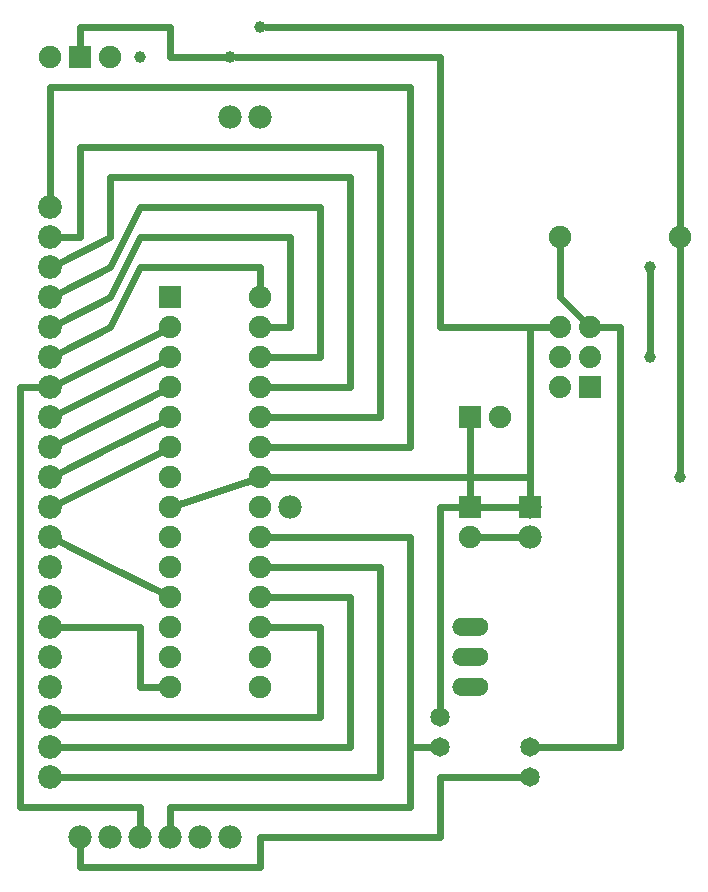
<source format=gbl>
G04 MADE WITH FRITZING*
G04 WWW.FRITZING.ORG*
G04 DOUBLE SIDED*
G04 HOLES PLATED*
G04 CONTOUR ON CENTER OF CONTOUR VECTOR*
%ASAXBY*%
%FSLAX23Y23*%
%MOIN*%
%OFA0B0*%
%SFA1.0B1.0*%
%ADD10C,0.078000*%
%ADD11C,0.074000*%
%ADD12C,0.075000*%
%ADD13C,0.065000*%
%ADD14C,0.060000*%
%ADD15C,0.079370*%
%ADD16C,0.039370*%
%ADD17R,0.075000X0.075000*%
%ADD18R,0.078000X0.078000*%
%ADD19C,0.024000*%
%ADD20R,0.001000X0.001000*%
%LNCOPPER0*%
G90*
G70*
G54D10*
X1009Y1276D03*
G54D11*
X2009Y1676D03*
X1909Y1676D03*
X2009Y1776D03*
X1909Y1776D03*
X2009Y1876D03*
X1909Y1876D03*
G54D10*
X909Y2576D03*
X809Y2576D03*
G54D12*
X1609Y1576D03*
X1709Y1576D03*
X1609Y1276D03*
X1609Y1176D03*
G54D10*
X809Y176D03*
X709Y176D03*
X609Y176D03*
X509Y176D03*
X409Y176D03*
X309Y176D03*
G54D13*
X1809Y376D03*
X1809Y476D03*
G54D12*
X609Y1976D03*
X909Y1976D03*
X609Y1876D03*
X909Y1876D03*
X609Y1776D03*
X909Y1776D03*
X609Y1676D03*
X909Y1676D03*
X609Y1576D03*
X909Y1576D03*
X609Y1476D03*
X909Y1476D03*
X609Y1376D03*
X909Y1376D03*
X609Y1276D03*
X909Y1276D03*
X609Y1176D03*
X909Y1176D03*
X609Y1076D03*
X909Y1076D03*
X609Y976D03*
X909Y976D03*
X609Y876D03*
X909Y876D03*
X609Y776D03*
X909Y776D03*
X609Y676D03*
X909Y676D03*
G54D10*
X1809Y1276D03*
X1809Y1176D03*
G54D14*
X1609Y876D03*
X1609Y776D03*
X1609Y676D03*
G54D12*
X409Y2776D03*
X309Y2776D03*
X209Y2776D03*
G54D13*
X1509Y476D03*
X1509Y576D03*
G54D12*
X2309Y2176D03*
X1909Y2176D03*
G54D15*
X209Y2276D03*
X209Y2176D03*
X209Y2076D03*
X209Y1976D03*
X209Y1876D03*
X209Y1776D03*
X209Y1676D03*
X209Y1576D03*
X209Y1476D03*
X209Y1376D03*
X209Y1276D03*
X209Y1176D03*
X209Y1076D03*
X209Y976D03*
X209Y876D03*
X209Y776D03*
X209Y676D03*
X209Y576D03*
X209Y476D03*
X209Y376D03*
G54D16*
X2209Y2076D03*
X2209Y1776D03*
X809Y2776D03*
X509Y2776D03*
X909Y2876D03*
X2309Y1376D03*
G54D17*
X1609Y1576D03*
X1609Y1276D03*
X609Y1976D03*
G54D18*
X1809Y1276D03*
G54D17*
X309Y2776D03*
G54D19*
X1309Y1076D02*
X938Y1076D01*
D02*
X240Y376D02*
X309Y376D01*
D02*
X1309Y376D02*
X1309Y1076D01*
D02*
X309Y376D02*
X1309Y376D01*
D02*
X1209Y976D02*
X938Y976D01*
D02*
X240Y476D02*
X1209Y476D01*
D02*
X1209Y476D02*
X1209Y976D01*
D02*
X1109Y876D02*
X938Y876D01*
D02*
X240Y576D02*
X1109Y576D01*
D02*
X1109Y576D02*
X1109Y876D01*
D02*
X509Y676D02*
X581Y676D01*
D02*
X509Y876D02*
X509Y676D01*
D02*
X240Y876D02*
X509Y876D01*
D02*
X1409Y1476D02*
X938Y1476D01*
D02*
X1409Y2676D02*
X1409Y1476D01*
D02*
X209Y2676D02*
X1409Y2676D01*
D02*
X209Y2307D02*
X209Y2676D01*
D02*
X1309Y1576D02*
X938Y1576D01*
D02*
X309Y2176D02*
X309Y2476D01*
D02*
X309Y2476D02*
X1309Y2476D01*
D02*
X240Y2176D02*
X309Y2176D01*
D02*
X1309Y2476D02*
X1309Y1576D01*
D02*
X409Y1476D02*
X584Y1563D01*
D02*
X237Y1390D02*
X409Y1476D01*
D02*
X237Y1490D02*
X609Y1676D01*
D02*
X584Y1463D02*
X237Y1290D01*
D02*
X237Y1590D02*
X584Y1763D01*
D02*
X584Y1863D02*
X237Y1690D01*
D02*
X1809Y1376D02*
X938Y1376D01*
D02*
X1509Y1876D02*
X1809Y1876D01*
D02*
X1809Y1876D02*
X1809Y1376D01*
D02*
X1509Y2776D02*
X1509Y2476D01*
D02*
X1509Y2476D02*
X1509Y1876D01*
D02*
X828Y2776D02*
X1509Y2776D01*
D02*
X909Y2076D02*
X909Y2005D01*
D02*
X509Y2076D02*
X909Y2076D01*
D02*
X237Y1790D02*
X409Y1876D01*
D02*
X409Y1876D02*
X509Y2076D01*
D02*
X1009Y1876D02*
X938Y1876D01*
D02*
X1009Y2176D02*
X1009Y1876D01*
D02*
X237Y1890D02*
X409Y1976D01*
D02*
X509Y2176D02*
X1009Y2176D01*
D02*
X409Y1976D02*
X509Y2176D01*
D02*
X1109Y1776D02*
X938Y1776D01*
D02*
X237Y1990D02*
X409Y2076D01*
D02*
X409Y2076D02*
X509Y2276D01*
D02*
X509Y2276D02*
X1109Y2276D01*
D02*
X1109Y2276D02*
X1109Y1776D01*
D02*
X409Y2176D02*
X409Y2376D01*
D02*
X1209Y1676D02*
X938Y1676D01*
D02*
X1209Y2376D02*
X1209Y1676D01*
D02*
X409Y2376D02*
X1209Y2376D01*
D02*
X237Y2090D02*
X409Y2176D01*
D02*
X409Y1076D02*
X584Y989D01*
D02*
X237Y1162D02*
X409Y1076D01*
D02*
X1809Y1376D02*
X1609Y1376D01*
D02*
X1609Y1376D02*
X1809Y1376D01*
D02*
X1809Y1376D02*
X1809Y1306D01*
D02*
X938Y1376D02*
X1809Y1376D01*
D02*
X1409Y476D02*
X1485Y476D01*
D02*
X1409Y1176D02*
X1409Y476D01*
D02*
X938Y1176D02*
X1409Y1176D01*
D02*
X109Y276D02*
X109Y1676D01*
D02*
X109Y1676D02*
X179Y1676D01*
D02*
X509Y206D02*
X509Y276D01*
D02*
X509Y276D02*
X109Y276D01*
D02*
X1509Y976D02*
X1509Y576D01*
D02*
X1779Y1276D02*
X1509Y1276D01*
D02*
X1509Y1276D02*
X1509Y976D01*
D02*
X1909Y1976D02*
X1909Y2147D01*
D02*
X1987Y1898D02*
X1909Y1976D01*
D02*
X1809Y1376D02*
X1609Y1376D01*
D02*
X1609Y1376D02*
X1609Y1305D01*
D02*
X1878Y1876D02*
X1809Y1876D01*
D02*
X1809Y1876D02*
X1809Y1376D01*
D02*
X2109Y476D02*
X2109Y1876D01*
D02*
X2109Y1876D02*
X2041Y1876D01*
D02*
X1834Y476D02*
X2109Y476D01*
D02*
X1609Y1176D02*
X1779Y1176D01*
D02*
X1609Y1305D02*
X1609Y1376D01*
D02*
X1609Y1376D02*
X1809Y1376D01*
D02*
X1809Y1376D02*
X1809Y1306D01*
D02*
X1609Y1376D02*
X1809Y1376D01*
D02*
X1809Y1376D02*
X1609Y1376D01*
D02*
X2209Y1976D02*
X2209Y2057D01*
D02*
X2209Y1795D02*
X2209Y1976D01*
D02*
X882Y1367D02*
X637Y1285D01*
D02*
X609Y276D02*
X1409Y276D01*
D02*
X1409Y476D02*
X1485Y476D01*
D02*
X1409Y276D02*
X1409Y476D01*
D02*
X609Y206D02*
X609Y276D01*
D02*
X309Y2876D02*
X609Y2876D01*
D02*
X609Y2776D02*
X790Y2776D01*
D02*
X609Y2876D02*
X609Y2776D01*
D02*
X309Y2805D02*
X309Y2876D01*
D02*
X2309Y1395D02*
X2309Y2147D01*
D02*
X928Y2876D02*
X2309Y2876D01*
D02*
X2309Y2876D02*
X2309Y2205D01*
D02*
X1609Y1305D02*
X1609Y1547D01*
D02*
X909Y76D02*
X309Y76D01*
D02*
X309Y76D02*
X309Y146D01*
D02*
X909Y176D02*
X909Y76D01*
D02*
X1409Y176D02*
X909Y176D01*
D02*
X1509Y176D02*
X1409Y176D01*
D02*
X1509Y376D02*
X1509Y176D01*
D02*
X1785Y376D02*
X1509Y376D01*
G54D20*
X1972Y1713D02*
X2045Y1713D01*
X1972Y1712D02*
X2045Y1712D01*
X1972Y1711D02*
X2045Y1711D01*
X1972Y1710D02*
X2045Y1710D01*
X1972Y1709D02*
X2045Y1709D01*
X1972Y1708D02*
X2045Y1708D01*
X1972Y1707D02*
X2045Y1707D01*
X1972Y1706D02*
X2045Y1706D01*
X1972Y1705D02*
X2045Y1705D01*
X1972Y1704D02*
X2045Y1704D01*
X1972Y1703D02*
X2045Y1703D01*
X1972Y1702D02*
X2045Y1702D01*
X1972Y1701D02*
X2045Y1701D01*
X1972Y1700D02*
X2045Y1700D01*
X1972Y1699D02*
X2045Y1699D01*
X1972Y1698D02*
X2045Y1698D01*
X1972Y1697D02*
X2045Y1697D01*
X1972Y1696D02*
X2002Y1696D01*
X2015Y1696D02*
X2045Y1696D01*
X1972Y1695D02*
X2000Y1695D01*
X2017Y1695D02*
X2045Y1695D01*
X1972Y1694D02*
X1998Y1694D01*
X2019Y1694D02*
X2045Y1694D01*
X1972Y1693D02*
X1996Y1693D01*
X2021Y1693D02*
X2045Y1693D01*
X1972Y1692D02*
X1995Y1692D01*
X2022Y1692D02*
X2045Y1692D01*
X1972Y1691D02*
X1994Y1691D01*
X2023Y1691D02*
X2045Y1691D01*
X1972Y1690D02*
X1993Y1690D01*
X2024Y1690D02*
X2045Y1690D01*
X1972Y1689D02*
X1992Y1689D01*
X2025Y1689D02*
X2045Y1689D01*
X1972Y1688D02*
X1991Y1688D01*
X2026Y1688D02*
X2045Y1688D01*
X1972Y1687D02*
X1991Y1687D01*
X2026Y1687D02*
X2045Y1687D01*
X1972Y1686D02*
X1990Y1686D01*
X2027Y1686D02*
X2045Y1686D01*
X1972Y1685D02*
X1990Y1685D01*
X2027Y1685D02*
X2045Y1685D01*
X1972Y1684D02*
X1989Y1684D01*
X2028Y1684D02*
X2045Y1684D01*
X1972Y1683D02*
X1989Y1683D01*
X2028Y1683D02*
X2045Y1683D01*
X1972Y1682D02*
X1989Y1682D01*
X2028Y1682D02*
X2045Y1682D01*
X1972Y1681D02*
X1988Y1681D01*
X2029Y1681D02*
X2045Y1681D01*
X1972Y1680D02*
X1988Y1680D01*
X2029Y1680D02*
X2045Y1680D01*
X1972Y1679D02*
X1988Y1679D01*
X2029Y1679D02*
X2045Y1679D01*
X1972Y1678D02*
X1988Y1678D01*
X2029Y1678D02*
X2045Y1678D01*
X1972Y1677D02*
X1988Y1677D01*
X2029Y1677D02*
X2045Y1677D01*
X1972Y1676D02*
X1988Y1676D01*
X2029Y1676D02*
X2045Y1676D01*
X1972Y1675D02*
X1988Y1675D01*
X2029Y1675D02*
X2045Y1675D01*
X1972Y1674D02*
X1988Y1674D01*
X2029Y1674D02*
X2045Y1674D01*
X1972Y1673D02*
X1988Y1673D01*
X2029Y1673D02*
X2045Y1673D01*
X1972Y1672D02*
X1989Y1672D01*
X2028Y1672D02*
X2045Y1672D01*
X1972Y1671D02*
X1989Y1671D01*
X2028Y1671D02*
X2045Y1671D01*
X1972Y1670D02*
X1989Y1670D01*
X2028Y1670D02*
X2045Y1670D01*
X1972Y1669D02*
X1990Y1669D01*
X2027Y1669D02*
X2045Y1669D01*
X1972Y1668D02*
X1990Y1668D01*
X2027Y1668D02*
X2045Y1668D01*
X1972Y1667D02*
X1991Y1667D01*
X2026Y1667D02*
X2045Y1667D01*
X1972Y1666D02*
X1991Y1666D01*
X2026Y1666D02*
X2045Y1666D01*
X1972Y1665D02*
X1992Y1665D01*
X2025Y1665D02*
X2045Y1665D01*
X1972Y1664D02*
X1993Y1664D01*
X2024Y1664D02*
X2045Y1664D01*
X1972Y1663D02*
X1994Y1663D01*
X2023Y1663D02*
X2045Y1663D01*
X1972Y1662D02*
X1995Y1662D01*
X2022Y1662D02*
X2045Y1662D01*
X1972Y1661D02*
X1996Y1661D01*
X2021Y1661D02*
X2045Y1661D01*
X1972Y1660D02*
X1997Y1660D01*
X2020Y1660D02*
X2045Y1660D01*
X1972Y1659D02*
X1999Y1659D01*
X2018Y1659D02*
X2045Y1659D01*
X1972Y1658D02*
X2002Y1658D01*
X2015Y1658D02*
X2045Y1658D01*
X1972Y1657D02*
X2007Y1657D01*
X2010Y1657D02*
X2045Y1657D01*
X1972Y1656D02*
X2045Y1656D01*
X1972Y1655D02*
X2045Y1655D01*
X1972Y1654D02*
X2045Y1654D01*
X1972Y1653D02*
X2045Y1653D01*
X1972Y1652D02*
X2045Y1652D01*
X1972Y1651D02*
X2045Y1651D01*
X1972Y1650D02*
X2045Y1650D01*
X1972Y1649D02*
X2045Y1649D01*
X1972Y1648D02*
X2045Y1648D01*
X1972Y1647D02*
X2045Y1647D01*
X1972Y1646D02*
X2045Y1646D01*
X1972Y1645D02*
X2045Y1645D01*
X1972Y1644D02*
X2045Y1644D01*
X1972Y1643D02*
X2045Y1643D01*
X1972Y1642D02*
X2045Y1642D01*
X1972Y1641D02*
X2045Y1641D01*
X1972Y1640D02*
X2045Y1640D01*
X1576Y907D02*
X1641Y907D01*
X1571Y906D02*
X1646Y906D01*
X1568Y905D02*
X1649Y905D01*
X1566Y904D02*
X1651Y904D01*
X1564Y903D02*
X1653Y903D01*
X1562Y902D02*
X1655Y902D01*
X1561Y901D02*
X1656Y901D01*
X1560Y900D02*
X1658Y900D01*
X1559Y899D02*
X1659Y899D01*
X1558Y898D02*
X1660Y898D01*
X1557Y897D02*
X1607Y897D01*
X1611Y897D02*
X1661Y897D01*
X1556Y896D02*
X1602Y896D01*
X1616Y896D02*
X1661Y896D01*
X1555Y895D02*
X1599Y895D01*
X1618Y895D02*
X1662Y895D01*
X1554Y894D02*
X1597Y894D01*
X1620Y894D02*
X1663Y894D01*
X1554Y893D02*
X1596Y893D01*
X1621Y893D02*
X1664Y893D01*
X1553Y892D02*
X1595Y892D01*
X1622Y892D02*
X1664Y892D01*
X1552Y891D02*
X1594Y891D01*
X1623Y891D02*
X1665Y891D01*
X1552Y890D02*
X1593Y890D01*
X1624Y890D02*
X1665Y890D01*
X1552Y889D02*
X1592Y889D01*
X1625Y889D02*
X1666Y889D01*
X1551Y888D02*
X1591Y888D01*
X1626Y888D02*
X1666Y888D01*
X1551Y887D02*
X1591Y887D01*
X1626Y887D02*
X1666Y887D01*
X1550Y886D02*
X1590Y886D01*
X1627Y886D02*
X1667Y886D01*
X1550Y885D02*
X1590Y885D01*
X1627Y885D02*
X1667Y885D01*
X1550Y884D02*
X1589Y884D01*
X1628Y884D02*
X1667Y884D01*
X1550Y883D02*
X1589Y883D01*
X1628Y883D02*
X1667Y883D01*
X1550Y882D02*
X1589Y882D01*
X1628Y882D02*
X1668Y882D01*
X1549Y881D02*
X1588Y881D01*
X1629Y881D02*
X1668Y881D01*
X1549Y880D02*
X1588Y880D01*
X1629Y880D02*
X1668Y880D01*
X1549Y879D02*
X1588Y879D01*
X1629Y879D02*
X1668Y879D01*
X1549Y878D02*
X1588Y878D01*
X1629Y878D02*
X1668Y878D01*
X1549Y877D02*
X1588Y877D01*
X1629Y877D02*
X1668Y877D01*
X1549Y876D02*
X1588Y876D01*
X1629Y876D02*
X1668Y876D01*
X1549Y875D02*
X1588Y875D01*
X1629Y875D02*
X1668Y875D01*
X1549Y874D02*
X1588Y874D01*
X1629Y874D02*
X1668Y874D01*
X1549Y873D02*
X1589Y873D01*
X1629Y873D02*
X1668Y873D01*
X1550Y872D02*
X1589Y872D01*
X1628Y872D02*
X1668Y872D01*
X1550Y871D02*
X1589Y871D01*
X1628Y871D02*
X1667Y871D01*
X1550Y870D02*
X1589Y870D01*
X1628Y870D02*
X1667Y870D01*
X1550Y869D02*
X1590Y869D01*
X1627Y869D02*
X1667Y869D01*
X1551Y868D02*
X1590Y868D01*
X1627Y868D02*
X1667Y868D01*
X1551Y867D02*
X1591Y867D01*
X1626Y867D02*
X1666Y867D01*
X1551Y866D02*
X1592Y866D01*
X1626Y866D02*
X1666Y866D01*
X1552Y865D02*
X1592Y865D01*
X1625Y865D02*
X1665Y865D01*
X1552Y864D02*
X1593Y864D01*
X1624Y864D02*
X1665Y864D01*
X1553Y863D02*
X1594Y863D01*
X1623Y863D02*
X1665Y863D01*
X1553Y862D02*
X1595Y862D01*
X1622Y862D02*
X1664Y862D01*
X1554Y861D02*
X1596Y861D01*
X1621Y861D02*
X1663Y861D01*
X1555Y860D02*
X1598Y860D01*
X1619Y860D02*
X1663Y860D01*
X1555Y859D02*
X1600Y859D01*
X1617Y859D02*
X1662Y859D01*
X1556Y858D02*
X1603Y858D01*
X1614Y858D02*
X1661Y858D01*
X1557Y857D02*
X1660Y857D01*
X1558Y856D02*
X1659Y856D01*
X1559Y855D02*
X1658Y855D01*
X1560Y854D02*
X1657Y854D01*
X1561Y853D02*
X1656Y853D01*
X1563Y852D02*
X1654Y852D01*
X1564Y851D02*
X1653Y851D01*
X1566Y850D02*
X1651Y850D01*
X1569Y849D02*
X1648Y849D01*
X1572Y848D02*
X1645Y848D01*
X1576Y807D02*
X1641Y807D01*
X1571Y806D02*
X1646Y806D01*
X1568Y805D02*
X1649Y805D01*
X1566Y804D02*
X1652Y804D01*
X1564Y803D02*
X1653Y803D01*
X1562Y802D02*
X1655Y802D01*
X1561Y801D02*
X1656Y801D01*
X1560Y800D02*
X1658Y800D01*
X1559Y799D02*
X1659Y799D01*
X1558Y798D02*
X1660Y798D01*
X1557Y797D02*
X1606Y797D01*
X1611Y797D02*
X1661Y797D01*
X1556Y796D02*
X1601Y796D01*
X1616Y796D02*
X1661Y796D01*
X1555Y795D02*
X1599Y795D01*
X1618Y795D02*
X1662Y795D01*
X1554Y794D02*
X1597Y794D01*
X1620Y794D02*
X1663Y794D01*
X1554Y793D02*
X1596Y793D01*
X1621Y793D02*
X1664Y793D01*
X1553Y792D02*
X1595Y792D01*
X1622Y792D02*
X1664Y792D01*
X1552Y791D02*
X1594Y791D01*
X1623Y791D02*
X1665Y791D01*
X1552Y790D02*
X1593Y790D01*
X1624Y790D02*
X1665Y790D01*
X1552Y789D02*
X1592Y789D01*
X1625Y789D02*
X1666Y789D01*
X1551Y788D02*
X1591Y788D01*
X1626Y788D02*
X1666Y788D01*
X1551Y787D02*
X1591Y787D01*
X1626Y787D02*
X1666Y787D01*
X1550Y786D02*
X1590Y786D01*
X1627Y786D02*
X1667Y786D01*
X1550Y785D02*
X1590Y785D01*
X1627Y785D02*
X1667Y785D01*
X1550Y784D02*
X1589Y784D01*
X1628Y784D02*
X1667Y784D01*
X1550Y783D02*
X1589Y783D01*
X1628Y783D02*
X1667Y783D01*
X1550Y782D02*
X1589Y782D01*
X1628Y782D02*
X1668Y782D01*
X1549Y781D02*
X1588Y781D01*
X1629Y781D02*
X1668Y781D01*
X1549Y780D02*
X1588Y780D01*
X1629Y780D02*
X1668Y780D01*
X1549Y779D02*
X1588Y779D01*
X1629Y779D02*
X1668Y779D01*
X1549Y778D02*
X1588Y778D01*
X1629Y778D02*
X1668Y778D01*
X1549Y777D02*
X1588Y777D01*
X1629Y777D02*
X1668Y777D01*
X1549Y776D02*
X1588Y776D01*
X1629Y776D02*
X1668Y776D01*
X1549Y775D02*
X1588Y775D01*
X1629Y775D02*
X1668Y775D01*
X1549Y774D02*
X1588Y774D01*
X1629Y774D02*
X1668Y774D01*
X1549Y773D02*
X1589Y773D01*
X1629Y773D02*
X1668Y773D01*
X1550Y772D02*
X1589Y772D01*
X1628Y772D02*
X1668Y772D01*
X1550Y771D02*
X1589Y771D01*
X1628Y771D02*
X1667Y771D01*
X1550Y770D02*
X1589Y770D01*
X1628Y770D02*
X1667Y770D01*
X1550Y769D02*
X1590Y769D01*
X1627Y769D02*
X1667Y769D01*
X1551Y768D02*
X1590Y768D01*
X1627Y768D02*
X1667Y768D01*
X1551Y767D02*
X1591Y767D01*
X1626Y767D02*
X1666Y767D01*
X1551Y766D02*
X1592Y766D01*
X1626Y766D02*
X1666Y766D01*
X1552Y765D02*
X1592Y765D01*
X1625Y765D02*
X1665Y765D01*
X1552Y764D02*
X1593Y764D01*
X1624Y764D02*
X1665Y764D01*
X1553Y763D02*
X1594Y763D01*
X1623Y763D02*
X1664Y763D01*
X1553Y762D02*
X1595Y762D01*
X1622Y762D02*
X1664Y762D01*
X1554Y761D02*
X1596Y761D01*
X1621Y761D02*
X1663Y761D01*
X1555Y760D02*
X1598Y760D01*
X1619Y760D02*
X1663Y760D01*
X1555Y759D02*
X1600Y759D01*
X1617Y759D02*
X1662Y759D01*
X1556Y758D02*
X1603Y758D01*
X1614Y758D02*
X1661Y758D01*
X1557Y757D02*
X1660Y757D01*
X1558Y756D02*
X1659Y756D01*
X1559Y755D02*
X1658Y755D01*
X1560Y754D02*
X1657Y754D01*
X1561Y753D02*
X1656Y753D01*
X1563Y752D02*
X1654Y752D01*
X1565Y751D02*
X1653Y751D01*
X1567Y750D02*
X1651Y750D01*
X1569Y749D02*
X1648Y749D01*
X1572Y748D02*
X1645Y748D01*
X1575Y707D02*
X1642Y707D01*
X1571Y706D02*
X1647Y706D01*
X1568Y705D02*
X1649Y705D01*
X1566Y704D02*
X1652Y704D01*
X1564Y703D02*
X1653Y703D01*
X1562Y702D02*
X1655Y702D01*
X1561Y701D02*
X1656Y701D01*
X1560Y700D02*
X1658Y700D01*
X1558Y699D02*
X1659Y699D01*
X1557Y698D02*
X1660Y698D01*
X1557Y697D02*
X1606Y697D01*
X1611Y697D02*
X1661Y697D01*
X1556Y696D02*
X1601Y696D01*
X1616Y696D02*
X1661Y696D01*
X1555Y695D02*
X1599Y695D01*
X1618Y695D02*
X1662Y695D01*
X1554Y694D02*
X1597Y694D01*
X1620Y694D02*
X1663Y694D01*
X1554Y693D02*
X1596Y693D01*
X1621Y693D02*
X1664Y693D01*
X1553Y692D02*
X1595Y692D01*
X1622Y692D02*
X1664Y692D01*
X1552Y691D02*
X1594Y691D01*
X1624Y691D02*
X1665Y691D01*
X1552Y690D02*
X1593Y690D01*
X1624Y690D02*
X1665Y690D01*
X1552Y689D02*
X1592Y689D01*
X1625Y689D02*
X1666Y689D01*
X1551Y688D02*
X1591Y688D01*
X1626Y688D02*
X1666Y688D01*
X1551Y687D02*
X1591Y687D01*
X1626Y687D02*
X1666Y687D01*
X1550Y686D02*
X1590Y686D01*
X1627Y686D02*
X1667Y686D01*
X1550Y685D02*
X1590Y685D01*
X1627Y685D02*
X1667Y685D01*
X1550Y684D02*
X1589Y684D01*
X1628Y684D02*
X1667Y684D01*
X1550Y683D02*
X1589Y683D01*
X1628Y683D02*
X1667Y683D01*
X1550Y682D02*
X1589Y682D01*
X1628Y682D02*
X1668Y682D01*
X1549Y681D02*
X1588Y681D01*
X1629Y681D02*
X1668Y681D01*
X1549Y680D02*
X1588Y680D01*
X1629Y680D02*
X1668Y680D01*
X1549Y679D02*
X1588Y679D01*
X1629Y679D02*
X1668Y679D01*
X1549Y678D02*
X1588Y678D01*
X1629Y678D02*
X1668Y678D01*
X1549Y677D02*
X1588Y677D01*
X1629Y677D02*
X1668Y677D01*
X1549Y676D02*
X1588Y676D01*
X1629Y676D02*
X1668Y676D01*
X1549Y675D02*
X1588Y675D01*
X1629Y675D02*
X1668Y675D01*
X1549Y674D02*
X1588Y674D01*
X1629Y674D02*
X1668Y674D01*
X1549Y673D02*
X1589Y673D01*
X1629Y673D02*
X1668Y673D01*
X1550Y672D02*
X1589Y672D01*
X1628Y672D02*
X1668Y672D01*
X1550Y671D02*
X1589Y671D01*
X1628Y671D02*
X1667Y671D01*
X1550Y670D02*
X1589Y670D01*
X1628Y670D02*
X1667Y670D01*
X1550Y669D02*
X1590Y669D01*
X1627Y669D02*
X1667Y669D01*
X1551Y668D02*
X1590Y668D01*
X1627Y668D02*
X1667Y668D01*
X1551Y667D02*
X1591Y667D01*
X1626Y667D02*
X1666Y667D01*
X1551Y666D02*
X1592Y666D01*
X1626Y666D02*
X1666Y666D01*
X1552Y665D02*
X1592Y665D01*
X1625Y665D02*
X1665Y665D01*
X1552Y664D02*
X1593Y664D01*
X1624Y664D02*
X1665Y664D01*
X1553Y663D02*
X1594Y663D01*
X1623Y663D02*
X1664Y663D01*
X1553Y662D02*
X1595Y662D01*
X1622Y662D02*
X1664Y662D01*
X1554Y661D02*
X1596Y661D01*
X1621Y661D02*
X1663Y661D01*
X1555Y660D02*
X1598Y660D01*
X1619Y660D02*
X1663Y660D01*
X1555Y659D02*
X1600Y659D01*
X1617Y659D02*
X1662Y659D01*
X1556Y658D02*
X1603Y658D01*
X1614Y658D02*
X1661Y658D01*
X1557Y657D02*
X1660Y657D01*
X1558Y656D02*
X1659Y656D01*
X1559Y655D02*
X1658Y655D01*
X1560Y654D02*
X1657Y654D01*
X1561Y653D02*
X1656Y653D01*
X1563Y652D02*
X1654Y652D01*
X1565Y651D02*
X1653Y651D01*
X1567Y650D02*
X1651Y650D01*
X1569Y649D02*
X1648Y649D01*
X1572Y648D02*
X1645Y648D01*
D02*
G04 End of Copper0*
M02*
</source>
